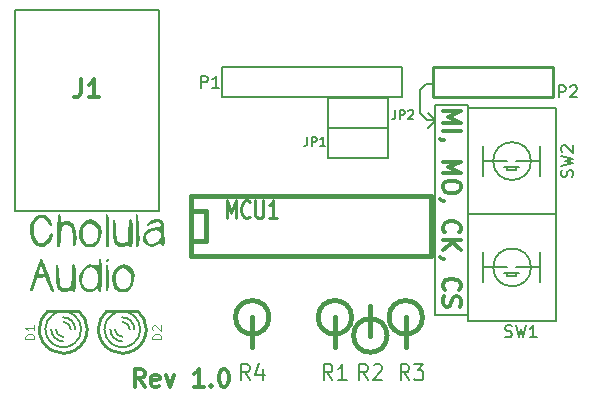
<source format=gto>
G04 (created by PCBNEW (2013-07-07 BZR 4022)-stable) date 07/09/2014 13:52:51*
%MOIN*%
G04 Gerber Fmt 3.4, Leading zero omitted, Abs format*
%FSLAX34Y34*%
G01*
G70*
G90*
G04 APERTURE LIST*
%ADD10C,0.00590551*%
%ADD11C,0.00787402*%
%ADD12C,0.011811*%
%ADD13C,0.005*%
%ADD14C,0.015*%
%ADD15C,0.01*%
%ADD16C,0.006*%
%ADD17C,0.0001*%
%ADD18C,0.008*%
%ADD19C,0.012*%
%ADD20C,0.0035*%
%ADD21C,0.01125*%
G04 APERTURE END LIST*
G54D10*
G54D11*
X58070Y-23661D02*
X57834Y-23897D01*
X58070Y-23622D02*
X57834Y-23385D01*
X57795Y-23622D02*
X58070Y-23622D01*
X57559Y-23385D02*
X57795Y-23622D01*
X57559Y-22637D02*
X57559Y-23385D01*
X57755Y-22440D02*
X57559Y-22637D01*
X57992Y-22440D02*
X57755Y-22440D01*
X58070Y-30118D02*
X58070Y-23129D01*
X59153Y-30118D02*
X58070Y-30118D01*
X59153Y-23129D02*
X59153Y-30118D01*
X58070Y-23129D02*
X59153Y-23129D01*
G54D12*
X58323Y-23326D02*
X58914Y-23326D01*
X58492Y-23523D01*
X58914Y-23720D01*
X58323Y-23720D01*
X58323Y-24001D02*
X58914Y-24001D01*
X58352Y-24311D02*
X58323Y-24311D01*
X58267Y-24282D01*
X58239Y-24254D01*
X58323Y-25014D02*
X58914Y-25014D01*
X58492Y-25210D01*
X58914Y-25407D01*
X58323Y-25407D01*
X58914Y-25801D02*
X58914Y-25913D01*
X58886Y-25970D01*
X58830Y-26026D01*
X58717Y-26054D01*
X58520Y-26054D01*
X58408Y-26026D01*
X58352Y-25970D01*
X58323Y-25913D01*
X58323Y-25801D01*
X58352Y-25745D01*
X58408Y-25688D01*
X58520Y-25660D01*
X58717Y-25660D01*
X58830Y-25688D01*
X58886Y-25745D01*
X58914Y-25801D01*
X58352Y-26335D02*
X58323Y-26335D01*
X58267Y-26307D01*
X58239Y-26279D01*
X58380Y-27376D02*
X58352Y-27348D01*
X58323Y-27263D01*
X58323Y-27207D01*
X58352Y-27123D01*
X58408Y-27066D01*
X58464Y-27038D01*
X58577Y-27010D01*
X58661Y-27010D01*
X58773Y-27038D01*
X58830Y-27066D01*
X58886Y-27123D01*
X58914Y-27207D01*
X58914Y-27263D01*
X58886Y-27348D01*
X58858Y-27376D01*
X58323Y-27629D02*
X58914Y-27629D01*
X58323Y-27966D02*
X58661Y-27713D01*
X58914Y-27966D02*
X58577Y-27629D01*
X58352Y-28248D02*
X58323Y-28248D01*
X58267Y-28219D01*
X58239Y-28191D01*
X58380Y-29288D02*
X58352Y-29260D01*
X58323Y-29176D01*
X58323Y-29119D01*
X58352Y-29035D01*
X58408Y-28979D01*
X58464Y-28951D01*
X58577Y-28922D01*
X58661Y-28922D01*
X58773Y-28951D01*
X58830Y-28979D01*
X58886Y-29035D01*
X58914Y-29119D01*
X58914Y-29176D01*
X58886Y-29260D01*
X58858Y-29288D01*
X58352Y-29513D02*
X58323Y-29597D01*
X58323Y-29738D01*
X58352Y-29794D01*
X58380Y-29822D01*
X58436Y-29850D01*
X58492Y-29850D01*
X58548Y-29822D01*
X58577Y-29794D01*
X58605Y-29738D01*
X58633Y-29625D01*
X58661Y-29569D01*
X58689Y-29541D01*
X58745Y-29513D01*
X58802Y-29513D01*
X58858Y-29541D01*
X58886Y-29569D01*
X58914Y-29625D01*
X58914Y-29766D01*
X58886Y-29850D01*
X48383Y-32522D02*
X48186Y-32241D01*
X48045Y-32522D02*
X48045Y-31931D01*
X48270Y-31931D01*
X48326Y-31960D01*
X48354Y-31988D01*
X48383Y-32044D01*
X48383Y-32128D01*
X48354Y-32185D01*
X48326Y-32213D01*
X48270Y-32241D01*
X48045Y-32241D01*
X48861Y-32494D02*
X48804Y-32522D01*
X48692Y-32522D01*
X48636Y-32494D01*
X48607Y-32438D01*
X48607Y-32213D01*
X48636Y-32156D01*
X48692Y-32128D01*
X48804Y-32128D01*
X48861Y-32156D01*
X48889Y-32213D01*
X48889Y-32269D01*
X48607Y-32325D01*
X49086Y-32128D02*
X49226Y-32522D01*
X49367Y-32128D01*
X50351Y-32522D02*
X50014Y-32522D01*
X50182Y-32522D02*
X50182Y-31931D01*
X50126Y-32016D01*
X50070Y-32072D01*
X50014Y-32100D01*
X50604Y-32466D02*
X50632Y-32494D01*
X50604Y-32522D01*
X50576Y-32494D01*
X50604Y-32466D01*
X50604Y-32522D01*
X50998Y-31931D02*
X51054Y-31931D01*
X51110Y-31960D01*
X51138Y-31988D01*
X51167Y-32044D01*
X51195Y-32156D01*
X51195Y-32297D01*
X51167Y-32410D01*
X51138Y-32466D01*
X51110Y-32494D01*
X51054Y-32522D01*
X50998Y-32522D01*
X50942Y-32494D01*
X50913Y-32466D01*
X50885Y-32410D01*
X50857Y-32297D01*
X50857Y-32156D01*
X50885Y-32044D01*
X50913Y-31988D01*
X50942Y-31960D01*
X50998Y-31931D01*
G54D10*
X56476Y-22862D02*
X56976Y-22862D01*
X56476Y-22862D02*
X50976Y-22862D01*
X50976Y-22862D02*
X50976Y-21862D01*
X50976Y-21862D02*
X56976Y-21862D01*
X56976Y-21862D02*
X56976Y-22862D01*
G54D13*
X48856Y-19965D02*
X44056Y-19965D01*
X44056Y-19965D02*
X44056Y-26665D01*
X44056Y-26665D02*
X48856Y-26665D01*
X48856Y-26665D02*
X48856Y-19965D01*
G54D10*
X60467Y-28740D02*
X60467Y-28840D01*
X60467Y-28840D02*
X60767Y-28840D01*
X60767Y-28840D02*
X60767Y-28740D01*
X60367Y-28740D02*
X60867Y-28740D01*
X61567Y-29040D02*
X61567Y-28040D01*
X60767Y-28540D02*
X61567Y-28540D01*
X59667Y-28540D02*
X60467Y-28540D01*
X59667Y-29040D02*
X59667Y-28040D01*
X61260Y-28543D02*
G75*
G03X61260Y-28543I-630J0D01*
G74*
G01*
X59153Y-30314D02*
X62106Y-30314D01*
X62106Y-30314D02*
X62106Y-26771D01*
X62106Y-26771D02*
X59153Y-26771D01*
X59153Y-26771D02*
X59153Y-30314D01*
X60467Y-25196D02*
X60467Y-25296D01*
X60467Y-25296D02*
X60767Y-25296D01*
X60767Y-25296D02*
X60767Y-25196D01*
X60367Y-25196D02*
X60867Y-25196D01*
X61567Y-25496D02*
X61567Y-24496D01*
X60767Y-24996D02*
X61567Y-24996D01*
X59667Y-24996D02*
X60467Y-24996D01*
X59667Y-25496D02*
X59667Y-24496D01*
X61260Y-25000D02*
G75*
G03X61260Y-25000I-630J0D01*
G74*
G01*
X59153Y-26771D02*
X62106Y-26771D01*
X62106Y-26771D02*
X62106Y-23228D01*
X62106Y-23228D02*
X59153Y-23228D01*
X59153Y-23228D02*
X59153Y-26771D01*
G54D14*
X54724Y-30208D02*
X54724Y-31208D01*
X55283Y-30208D02*
G75*
G03X55283Y-30208I-559J0D01*
G74*
G01*
X55905Y-30814D02*
X55905Y-29814D01*
X56464Y-30814D02*
G75*
G03X56464Y-30814I-559J0D01*
G74*
G01*
X57086Y-30208D02*
X57086Y-31208D01*
X57645Y-30208D02*
G75*
G03X57645Y-30208I-559J0D01*
G74*
G01*
X51968Y-30208D02*
X51968Y-31208D01*
X52527Y-30208D02*
G75*
G03X52527Y-30208I-559J0D01*
G74*
G01*
G54D15*
X58000Y-21862D02*
X62000Y-21862D01*
X58000Y-22862D02*
X62000Y-22862D01*
X62000Y-22862D02*
X62000Y-21862D01*
X58000Y-21862D02*
X58000Y-22862D01*
G54D16*
X54500Y-23900D02*
X54500Y-22900D01*
X54500Y-22900D02*
X56500Y-22900D01*
X56500Y-22900D02*
X56500Y-23900D01*
X56500Y-23900D02*
X54500Y-23900D01*
X56500Y-23900D02*
X56500Y-24900D01*
X56500Y-24900D02*
X54500Y-24900D01*
X54500Y-24900D02*
X54500Y-23900D01*
X54500Y-23900D02*
X56500Y-23900D01*
G54D15*
X46169Y-29988D02*
X45169Y-29988D01*
G54D16*
X45285Y-31069D02*
G75*
G03X45669Y-31208I384J460D01*
G74*
G01*
X45669Y-31207D02*
G75*
G03X46067Y-31056I0J599D01*
G74*
G01*
X45669Y-30009D02*
G75*
G03X45279Y-30153I0J-599D01*
G74*
G01*
X46053Y-30147D02*
G75*
G03X45669Y-30008I-384J-460D01*
G74*
G01*
X45320Y-30120D02*
G75*
G03X45069Y-30608I349J-487D01*
G74*
G01*
X45069Y-30608D02*
G75*
G03X45309Y-31088I600J0D01*
G74*
G01*
X46268Y-30608D02*
G75*
G03X46037Y-30135I-599J0D01*
G74*
G01*
X46037Y-31082D02*
G75*
G03X46269Y-30608I-368J473D01*
G74*
G01*
X45419Y-30608D02*
G75*
G03X45669Y-30858I250J0D01*
G74*
G01*
X45269Y-30608D02*
G75*
G03X45669Y-31008I400J0D01*
G74*
G01*
X45919Y-30608D02*
G75*
G03X45669Y-30358I-250J0D01*
G74*
G01*
X46069Y-30608D02*
G75*
G03X45669Y-30208I-400J0D01*
G74*
G01*
G54D15*
X45156Y-29994D02*
G75*
G03X44869Y-30608I513J-613D01*
G74*
G01*
X44870Y-30608D02*
G75*
G03X45292Y-31313I799J0D01*
G74*
G01*
X46468Y-30607D02*
G75*
G03X46184Y-29998I-798J-1D01*
G74*
G01*
X46066Y-31302D02*
G75*
G03X46469Y-30608I-397J694D01*
G74*
G01*
X45290Y-31313D02*
G75*
G03X45669Y-31408I379J704D01*
G74*
G01*
X45669Y-31408D02*
G75*
G03X46088Y-31289I0J799D01*
G74*
G01*
X48137Y-29988D02*
X47137Y-29988D01*
G54D16*
X47253Y-31069D02*
G75*
G03X47637Y-31208I384J460D01*
G74*
G01*
X47637Y-31207D02*
G75*
G03X48035Y-31056I0J599D01*
G74*
G01*
X47637Y-30009D02*
G75*
G03X47247Y-30153I0J-599D01*
G74*
G01*
X48021Y-30147D02*
G75*
G03X47637Y-30008I-384J-460D01*
G74*
G01*
X47288Y-30120D02*
G75*
G03X47037Y-30608I349J-487D01*
G74*
G01*
X47037Y-30608D02*
G75*
G03X47277Y-31088I600J0D01*
G74*
G01*
X48237Y-30608D02*
G75*
G03X48005Y-30135I-599J0D01*
G74*
G01*
X48006Y-31082D02*
G75*
G03X48237Y-30608I-368J473D01*
G74*
G01*
X47387Y-30608D02*
G75*
G03X47637Y-30858I250J0D01*
G74*
G01*
X47237Y-30608D02*
G75*
G03X47637Y-31008I400J0D01*
G74*
G01*
X47887Y-30608D02*
G75*
G03X47637Y-30358I-250J0D01*
G74*
G01*
X48037Y-30608D02*
G75*
G03X47637Y-30208I-400J0D01*
G74*
G01*
G54D15*
X47124Y-29994D02*
G75*
G03X46837Y-30608I513J-613D01*
G74*
G01*
X46838Y-30608D02*
G75*
G03X47261Y-31313I799J0D01*
G74*
G01*
X48436Y-30607D02*
G75*
G03X48153Y-29998I-798J-1D01*
G74*
G01*
X48035Y-31302D02*
G75*
G03X48437Y-30608I-397J694D01*
G74*
G01*
X47258Y-31313D02*
G75*
G03X47637Y-31408I379J704D01*
G74*
G01*
X47637Y-31408D02*
G75*
G03X48056Y-31289I0J799D01*
G74*
G01*
G54D14*
X49937Y-26165D02*
X57937Y-26165D01*
X57937Y-28165D02*
X49937Y-28165D01*
X49937Y-28165D02*
X49937Y-26165D01*
X49937Y-26665D02*
X50437Y-26665D01*
X50437Y-26665D02*
X50437Y-27665D01*
X50437Y-27665D02*
X49937Y-27665D01*
X57937Y-26165D02*
X57937Y-28165D01*
G54D17*
G36*
X45378Y-29356D02*
X45340Y-29357D01*
X45313Y-29352D01*
X45274Y-29316D01*
X45223Y-29231D01*
X45170Y-29112D01*
X45168Y-29107D01*
X45076Y-28873D01*
X45015Y-28877D01*
X45015Y-28718D01*
X44999Y-28645D01*
X44970Y-28580D01*
X44926Y-28501D01*
X44888Y-28612D01*
X44866Y-28693D01*
X44877Y-28737D01*
X44891Y-28749D01*
X44964Y-28775D01*
X45008Y-28752D01*
X45015Y-28718D01*
X45015Y-28877D01*
X44938Y-28883D01*
X44800Y-28893D01*
X44735Y-29118D01*
X44695Y-29244D01*
X44659Y-29315D01*
X44622Y-29342D01*
X44610Y-29343D01*
X44560Y-29334D01*
X44550Y-29324D01*
X44560Y-29278D01*
X44588Y-29184D01*
X44630Y-29055D01*
X44680Y-28904D01*
X44735Y-28744D01*
X44789Y-28589D01*
X44839Y-28450D01*
X44880Y-28340D01*
X44908Y-28274D01*
X44916Y-28260D01*
X44954Y-28269D01*
X44978Y-28301D01*
X45004Y-28358D01*
X45046Y-28460D01*
X45098Y-28592D01*
X45157Y-28743D01*
X45217Y-28900D01*
X45273Y-29052D01*
X45322Y-29185D01*
X45358Y-29287D01*
X45377Y-29346D01*
X45378Y-29356D01*
X45378Y-29356D01*
X45378Y-29356D01*
G37*
G36*
X46083Y-28910D02*
X46082Y-29098D01*
X46078Y-29229D01*
X46071Y-29313D01*
X46059Y-29358D01*
X46041Y-29375D01*
X46033Y-29377D01*
X45989Y-29357D01*
X45983Y-29340D01*
X45955Y-29318D01*
X45892Y-29325D01*
X45769Y-29353D01*
X45690Y-29363D01*
X45632Y-29357D01*
X45594Y-29344D01*
X45535Y-29308D01*
X45492Y-29249D01*
X45462Y-29156D01*
X45441Y-29020D01*
X45427Y-28828D01*
X45426Y-28807D01*
X45418Y-28646D01*
X45417Y-28540D01*
X45423Y-28478D01*
X45437Y-28450D01*
X45458Y-28443D01*
X45483Y-28455D01*
X45501Y-28497D01*
X45516Y-28581D01*
X45528Y-28716D01*
X45534Y-28795D01*
X45550Y-28979D01*
X45573Y-29107D01*
X45605Y-29187D01*
X45651Y-29229D01*
X45716Y-29243D01*
X45728Y-29243D01*
X45812Y-29224D01*
X45876Y-29191D01*
X45909Y-29163D01*
X45931Y-29125D01*
X45943Y-29063D01*
X45948Y-28964D01*
X45950Y-28814D01*
X45950Y-28791D01*
X45951Y-28636D01*
X45955Y-28535D01*
X45964Y-28477D01*
X45981Y-28450D01*
X46009Y-28443D01*
X46017Y-28443D01*
X46043Y-28447D01*
X46061Y-28464D01*
X46073Y-28505D01*
X46080Y-28581D01*
X46082Y-28700D01*
X46083Y-28875D01*
X46083Y-28910D01*
X46083Y-28910D01*
X46083Y-28910D01*
G37*
G36*
X46950Y-28812D02*
X46949Y-29020D01*
X46947Y-29170D01*
X46942Y-29271D01*
X46934Y-29332D01*
X46922Y-29363D01*
X46904Y-29371D01*
X46893Y-29370D01*
X46842Y-29333D01*
X46836Y-29321D01*
X46836Y-28826D01*
X46797Y-28676D01*
X46769Y-28625D01*
X46691Y-28562D01*
X46587Y-28541D01*
X46480Y-28565D01*
X46418Y-28608D01*
X46355Y-28706D01*
X46311Y-28840D01*
X46292Y-28981D01*
X46298Y-29064D01*
X46347Y-29173D01*
X46433Y-29246D01*
X46540Y-29277D01*
X46648Y-29257D01*
X46686Y-29234D01*
X46778Y-29125D01*
X46829Y-28982D01*
X46836Y-28826D01*
X46836Y-29321D01*
X46813Y-29276D01*
X46795Y-29229D01*
X46786Y-29234D01*
X46755Y-29278D01*
X46685Y-29325D01*
X46599Y-29361D01*
X46526Y-29374D01*
X46447Y-29360D01*
X46392Y-29342D01*
X46333Y-29295D01*
X46270Y-29211D01*
X46245Y-29165D01*
X46191Y-28987D01*
X46202Y-28815D01*
X46279Y-28653D01*
X46354Y-28565D01*
X46432Y-28490D01*
X46493Y-28454D01*
X46565Y-28445D01*
X46667Y-28453D01*
X46850Y-28472D01*
X46850Y-28357D01*
X46861Y-28272D01*
X46897Y-28243D01*
X46900Y-28243D01*
X46918Y-28252D01*
X46932Y-28283D01*
X46941Y-28347D01*
X46946Y-28451D01*
X46949Y-28604D01*
X46950Y-28812D01*
X46950Y-28812D01*
X46950Y-28812D01*
G37*
G36*
X48045Y-28797D02*
X48040Y-28970D01*
X47989Y-29141D01*
X47935Y-29226D01*
X47935Y-28894D01*
X47931Y-28796D01*
X47930Y-28792D01*
X47875Y-28693D01*
X47779Y-28615D01*
X47668Y-28577D01*
X47651Y-28577D01*
X47546Y-28607D01*
X47470Y-28693D01*
X47427Y-28830D01*
X47426Y-28839D01*
X47424Y-29003D01*
X47460Y-29135D01*
X47529Y-29225D01*
X47625Y-29266D01*
X47695Y-29263D01*
X47783Y-29234D01*
X47844Y-29197D01*
X47886Y-29124D01*
X47918Y-29013D01*
X47935Y-28894D01*
X47935Y-29226D01*
X47896Y-29289D01*
X47884Y-29302D01*
X47789Y-29359D01*
X47664Y-29379D01*
X47535Y-29359D01*
X47440Y-29310D01*
X47376Y-29227D01*
X47327Y-29103D01*
X47299Y-28965D01*
X47300Y-28838D01*
X47304Y-28816D01*
X47369Y-28649D01*
X47467Y-28527D01*
X47591Y-28457D01*
X47683Y-28443D01*
X47803Y-28471D01*
X47918Y-28544D01*
X47999Y-28642D01*
X48045Y-28797D01*
X48045Y-28797D01*
X48045Y-28797D01*
G37*
G36*
X47183Y-28893D02*
X47182Y-29078D01*
X47178Y-29205D01*
X47170Y-29285D01*
X47158Y-29328D01*
X47139Y-29343D01*
X47133Y-29343D01*
X47113Y-29334D01*
X47099Y-29299D01*
X47090Y-29229D01*
X47085Y-29114D01*
X47083Y-28944D01*
X47083Y-28893D01*
X47084Y-28709D01*
X47088Y-28581D01*
X47096Y-28501D01*
X47109Y-28458D01*
X47128Y-28444D01*
X47133Y-28443D01*
X47154Y-28453D01*
X47168Y-28488D01*
X47177Y-28558D01*
X47181Y-28673D01*
X47183Y-28842D01*
X47183Y-28893D01*
X47183Y-28893D01*
X47183Y-28893D01*
G37*
G36*
X47178Y-28295D02*
X47146Y-28353D01*
X47122Y-28369D01*
X47089Y-28359D01*
X47088Y-28325D01*
X47120Y-28266D01*
X47145Y-28250D01*
X47178Y-28260D01*
X47178Y-28295D01*
X47178Y-28295D01*
X47178Y-28295D01*
G37*
G36*
X45325Y-27472D02*
X45318Y-27505D01*
X45250Y-27662D01*
X45155Y-27780D01*
X45041Y-27854D01*
X44920Y-27877D01*
X44802Y-27845D01*
X44762Y-27817D01*
X44661Y-27700D01*
X44596Y-27548D01*
X44565Y-27378D01*
X44568Y-27205D01*
X44607Y-27045D01*
X44680Y-26914D01*
X44762Y-26841D01*
X44908Y-26783D01*
X45047Y-26788D01*
X45167Y-26851D01*
X45258Y-26969D01*
X45270Y-26996D01*
X45304Y-27081D01*
X45312Y-27123D01*
X45294Y-27144D01*
X45267Y-27155D01*
X45219Y-27144D01*
X45173Y-27071D01*
X45168Y-27059D01*
X45097Y-26948D01*
X45003Y-26892D01*
X44897Y-26894D01*
X44856Y-26912D01*
X44756Y-27000D01*
X44700Y-27129D01*
X44684Y-27286D01*
X44701Y-27456D01*
X44751Y-27596D01*
X44828Y-27692D01*
X44866Y-27716D01*
X44936Y-27736D01*
X45000Y-27717D01*
X45042Y-27688D01*
X45122Y-27608D01*
X45181Y-27516D01*
X45230Y-27440D01*
X45280Y-27407D01*
X45316Y-27417D01*
X45325Y-27472D01*
X45325Y-27472D01*
X45325Y-27472D01*
G37*
G36*
X46111Y-27562D02*
X46104Y-27703D01*
X46080Y-27799D01*
X46041Y-27842D01*
X46032Y-27843D01*
X46006Y-27829D01*
X45991Y-27777D01*
X45984Y-27677D01*
X45983Y-27598D01*
X45978Y-27460D01*
X45965Y-27334D01*
X45947Y-27248D01*
X45889Y-27155D01*
X45807Y-27117D01*
X45718Y-27137D01*
X45674Y-27171D01*
X45639Y-27218D01*
X45615Y-27284D01*
X45600Y-27385D01*
X45590Y-27533D01*
X45581Y-27689D01*
X45569Y-27789D01*
X45551Y-27842D01*
X45524Y-27859D01*
X45492Y-27853D01*
X45470Y-27814D01*
X45457Y-27723D01*
X45450Y-27594D01*
X45449Y-27440D01*
X45454Y-27275D01*
X45463Y-27112D01*
X45478Y-26964D01*
X45496Y-26844D01*
X45517Y-26766D01*
X45538Y-26743D01*
X45569Y-26770D01*
X45582Y-26853D01*
X45583Y-26895D01*
X45587Y-26988D01*
X45602Y-27029D01*
X45635Y-27032D01*
X45642Y-27030D01*
X45765Y-26997D01*
X45845Y-26987D01*
X45904Y-27004D01*
X45961Y-27049D01*
X45979Y-27067D01*
X46036Y-27136D01*
X46071Y-27215D01*
X46093Y-27328D01*
X46100Y-27387D01*
X46111Y-27562D01*
X46111Y-27562D01*
X46111Y-27562D01*
G37*
G36*
X46948Y-27364D02*
X46931Y-27526D01*
X46871Y-27683D01*
X46835Y-27732D01*
X46835Y-27394D01*
X46831Y-27296D01*
X46830Y-27292D01*
X46775Y-27185D01*
X46686Y-27114D01*
X46579Y-27083D01*
X46473Y-27099D01*
X46386Y-27164D01*
X46338Y-27265D01*
X46320Y-27393D01*
X46330Y-27526D01*
X46364Y-27646D01*
X46422Y-27732D01*
X46457Y-27755D01*
X46537Y-27765D01*
X46638Y-27748D01*
X46724Y-27713D01*
X46744Y-27697D01*
X46786Y-27624D01*
X46818Y-27513D01*
X46835Y-27394D01*
X46835Y-27732D01*
X46784Y-27802D01*
X46689Y-27859D01*
X46565Y-27879D01*
X46436Y-27859D01*
X46342Y-27811D01*
X46255Y-27703D01*
X46207Y-27560D01*
X46199Y-27399D01*
X46230Y-27241D01*
X46300Y-27102D01*
X46339Y-27056D01*
X46461Y-26967D01*
X46589Y-26944D01*
X46732Y-26984D01*
X46751Y-26994D01*
X46858Y-27084D01*
X46924Y-27212D01*
X46948Y-27364D01*
X46948Y-27364D01*
X46948Y-27364D01*
G37*
G36*
X47201Y-27488D02*
X47199Y-27651D01*
X47194Y-27760D01*
X47184Y-27825D01*
X47168Y-27857D01*
X47142Y-27870D01*
X47120Y-27869D01*
X47105Y-27852D01*
X47094Y-27810D01*
X47088Y-27733D01*
X47085Y-27613D01*
X47083Y-27440D01*
X47083Y-27309D01*
X47084Y-27093D01*
X47088Y-26936D01*
X47094Y-26831D01*
X47105Y-26772D01*
X47119Y-26751D01*
X47125Y-26751D01*
X47155Y-26796D01*
X47178Y-26906D01*
X47193Y-27081D01*
X47200Y-27323D01*
X47201Y-27488D01*
X47201Y-27488D01*
X47201Y-27488D01*
G37*
G36*
X47983Y-27410D02*
X47982Y-27600D01*
X47978Y-27732D01*
X47970Y-27816D01*
X47957Y-27861D01*
X47939Y-27876D01*
X47936Y-27877D01*
X47885Y-27853D01*
X47876Y-27838D01*
X47850Y-27816D01*
X47787Y-27826D01*
X47751Y-27838D01*
X47653Y-27867D01*
X47582Y-27870D01*
X47505Y-27848D01*
X47494Y-27843D01*
X47435Y-27807D01*
X47392Y-27749D01*
X47362Y-27657D01*
X47341Y-27520D01*
X47327Y-27328D01*
X47326Y-27307D01*
X47318Y-27146D01*
X47317Y-27040D01*
X47323Y-26978D01*
X47337Y-26950D01*
X47358Y-26943D01*
X47384Y-26955D01*
X47403Y-26999D01*
X47417Y-27086D01*
X47430Y-27226D01*
X47433Y-27268D01*
X47444Y-27414D01*
X47456Y-27540D01*
X47467Y-27626D01*
X47471Y-27651D01*
X47518Y-27708D01*
X47602Y-27734D01*
X47700Y-27725D01*
X47748Y-27705D01*
X47786Y-27681D01*
X47811Y-27649D01*
X47826Y-27598D01*
X47835Y-27512D01*
X47840Y-27379D01*
X47843Y-27300D01*
X47848Y-27142D01*
X47855Y-27039D01*
X47866Y-26979D01*
X47884Y-26951D01*
X47910Y-26943D01*
X47918Y-26943D01*
X47944Y-26947D01*
X47962Y-26965D01*
X47973Y-27007D01*
X47980Y-27084D01*
X47982Y-27206D01*
X47983Y-27383D01*
X47983Y-27410D01*
X47983Y-27410D01*
X47983Y-27410D01*
G37*
G36*
X48211Y-27589D02*
X48207Y-27720D01*
X48194Y-27806D01*
X48170Y-27854D01*
X48142Y-27870D01*
X48120Y-27870D01*
X48105Y-27853D01*
X48094Y-27810D01*
X48088Y-27733D01*
X48085Y-27612D01*
X48083Y-27439D01*
X48083Y-27309D01*
X48084Y-27093D01*
X48088Y-26936D01*
X48094Y-26831D01*
X48105Y-26772D01*
X48119Y-26751D01*
X48125Y-26751D01*
X48147Y-26790D01*
X48167Y-26891D01*
X48184Y-27055D01*
X48192Y-27163D01*
X48206Y-27405D01*
X48211Y-27589D01*
X48211Y-27589D01*
X48211Y-27589D01*
G37*
G36*
X49049Y-27725D02*
X49044Y-27795D01*
X49031Y-27831D01*
X49011Y-27843D01*
X49004Y-27843D01*
X48957Y-27817D01*
X48950Y-27790D01*
X48931Y-27753D01*
X48931Y-27430D01*
X48900Y-27356D01*
X48828Y-27314D01*
X48787Y-27310D01*
X48633Y-27329D01*
X48516Y-27381D01*
X48444Y-27456D01*
X48423Y-27548D01*
X48458Y-27647D01*
X48498Y-27695D01*
X48574Y-27757D01*
X48644Y-27771D01*
X48729Y-27737D01*
X48784Y-27702D01*
X48873Y-27617D01*
X48922Y-27522D01*
X48931Y-27430D01*
X48931Y-27753D01*
X48930Y-27752D01*
X48908Y-27753D01*
X48851Y-27777D01*
X48765Y-27812D01*
X48750Y-27819D01*
X48617Y-27850D01*
X48526Y-27838D01*
X48407Y-27776D01*
X48337Y-27676D01*
X48321Y-27550D01*
X48353Y-27432D01*
X48424Y-27345D01*
X48538Y-27272D01*
X48673Y-27223D01*
X48779Y-27210D01*
X48867Y-27205D01*
X48906Y-27185D01*
X48916Y-27138D01*
X48917Y-27129D01*
X48892Y-27053D01*
X48852Y-27027D01*
X48778Y-27027D01*
X48680Y-27054D01*
X48588Y-27095D01*
X48535Y-27140D01*
X48485Y-27173D01*
X48463Y-27177D01*
X48434Y-27158D01*
X48447Y-27114D01*
X48492Y-27058D01*
X48560Y-27007D01*
X48576Y-26998D01*
X48736Y-26939D01*
X48868Y-26934D01*
X48954Y-26973D01*
X48986Y-27004D01*
X49008Y-27045D01*
X49023Y-27108D01*
X49033Y-27206D01*
X49040Y-27352D01*
X49044Y-27439D01*
X49049Y-27610D01*
X49049Y-27725D01*
X49049Y-27725D01*
X49049Y-27725D01*
G37*
G54D18*
X50255Y-22563D02*
X50255Y-22163D01*
X50408Y-22163D01*
X50446Y-22182D01*
X50465Y-22201D01*
X50484Y-22239D01*
X50484Y-22296D01*
X50465Y-22334D01*
X50446Y-22353D01*
X50408Y-22373D01*
X50255Y-22373D01*
X50865Y-22563D02*
X50636Y-22563D01*
X50751Y-22563D02*
X50751Y-22163D01*
X50713Y-22220D01*
X50674Y-22258D01*
X50636Y-22277D01*
G54D19*
X46256Y-22280D02*
X46256Y-22709D01*
X46228Y-22794D01*
X46170Y-22852D01*
X46085Y-22880D01*
X46028Y-22880D01*
X46856Y-22880D02*
X46513Y-22880D01*
X46685Y-22880D02*
X46685Y-22280D01*
X46628Y-22366D01*
X46570Y-22423D01*
X46513Y-22452D01*
G54D10*
X60400Y-30849D02*
X60456Y-30868D01*
X60550Y-30868D01*
X60587Y-30849D01*
X60606Y-30830D01*
X60625Y-30793D01*
X60625Y-30755D01*
X60606Y-30718D01*
X60587Y-30699D01*
X60550Y-30680D01*
X60475Y-30661D01*
X60437Y-30643D01*
X60419Y-30624D01*
X60400Y-30586D01*
X60400Y-30549D01*
X60419Y-30511D01*
X60437Y-30493D01*
X60475Y-30474D01*
X60568Y-30474D01*
X60625Y-30493D01*
X60756Y-30474D02*
X60850Y-30868D01*
X60925Y-30586D01*
X61000Y-30868D01*
X61093Y-30474D01*
X61450Y-30868D02*
X61225Y-30868D01*
X61337Y-30868D02*
X61337Y-30474D01*
X61300Y-30530D01*
X61262Y-30568D01*
X61225Y-30586D01*
X62640Y-25524D02*
X62659Y-25468D01*
X62659Y-25374D01*
X62640Y-25337D01*
X62621Y-25318D01*
X62584Y-25299D01*
X62546Y-25299D01*
X62509Y-25318D01*
X62490Y-25337D01*
X62471Y-25374D01*
X62453Y-25449D01*
X62434Y-25487D01*
X62415Y-25506D01*
X62378Y-25524D01*
X62340Y-25524D01*
X62303Y-25506D01*
X62284Y-25487D01*
X62265Y-25449D01*
X62265Y-25356D01*
X62284Y-25299D01*
X62265Y-25168D02*
X62659Y-25074D01*
X62378Y-24999D01*
X62659Y-24925D01*
X62265Y-24831D01*
X62303Y-24700D02*
X62284Y-24681D01*
X62265Y-24643D01*
X62265Y-24550D01*
X62284Y-24512D01*
X62303Y-24493D01*
X62340Y-24475D01*
X62378Y-24475D01*
X62434Y-24493D01*
X62659Y-24718D01*
X62659Y-24475D01*
G54D18*
X54641Y-32309D02*
X54474Y-32047D01*
X54355Y-32309D02*
X54355Y-31759D01*
X54545Y-31759D01*
X54593Y-31785D01*
X54617Y-31811D01*
X54641Y-31863D01*
X54641Y-31942D01*
X54617Y-31994D01*
X54593Y-32021D01*
X54545Y-32047D01*
X54355Y-32047D01*
X55117Y-32309D02*
X54831Y-32309D01*
X54974Y-32309D02*
X54974Y-31759D01*
X54926Y-31837D01*
X54879Y-31890D01*
X54831Y-31916D01*
X55822Y-32309D02*
X55655Y-32047D01*
X55536Y-32309D02*
X55536Y-31759D01*
X55726Y-31759D01*
X55774Y-31785D01*
X55798Y-31811D01*
X55822Y-31863D01*
X55822Y-31942D01*
X55798Y-31994D01*
X55774Y-32021D01*
X55726Y-32047D01*
X55536Y-32047D01*
X56012Y-31811D02*
X56036Y-31785D01*
X56084Y-31759D01*
X56203Y-31759D01*
X56250Y-31785D01*
X56274Y-31811D01*
X56298Y-31863D01*
X56298Y-31916D01*
X56274Y-31994D01*
X55988Y-32309D01*
X56298Y-32309D01*
X57200Y-32309D02*
X57033Y-32047D01*
X56914Y-32309D02*
X56914Y-31759D01*
X57104Y-31759D01*
X57152Y-31785D01*
X57176Y-31811D01*
X57200Y-31863D01*
X57200Y-31942D01*
X57176Y-31994D01*
X57152Y-32021D01*
X57104Y-32047D01*
X56914Y-32047D01*
X57366Y-31759D02*
X57676Y-31759D01*
X57509Y-31968D01*
X57581Y-31968D01*
X57628Y-31994D01*
X57652Y-32021D01*
X57676Y-32073D01*
X57676Y-32204D01*
X57652Y-32256D01*
X57628Y-32283D01*
X57581Y-32309D01*
X57438Y-32309D01*
X57390Y-32283D01*
X57366Y-32256D01*
X51885Y-32309D02*
X51718Y-32047D01*
X51599Y-32309D02*
X51599Y-31759D01*
X51789Y-31759D01*
X51837Y-31785D01*
X51861Y-31811D01*
X51885Y-31863D01*
X51885Y-31942D01*
X51861Y-31994D01*
X51837Y-32021D01*
X51789Y-32047D01*
X51599Y-32047D01*
X52313Y-31942D02*
X52313Y-32309D01*
X52194Y-31733D02*
X52075Y-32125D01*
X52385Y-32125D01*
X62185Y-22878D02*
X62185Y-22478D01*
X62337Y-22478D01*
X62375Y-22497D01*
X62394Y-22516D01*
X62413Y-22554D01*
X62413Y-22611D01*
X62394Y-22649D01*
X62375Y-22668D01*
X62337Y-22687D01*
X62185Y-22687D01*
X62566Y-22516D02*
X62585Y-22497D01*
X62623Y-22478D01*
X62718Y-22478D01*
X62756Y-22497D01*
X62775Y-22516D01*
X62794Y-22554D01*
X62794Y-22592D01*
X62775Y-22649D01*
X62546Y-22878D01*
X62794Y-22878D01*
G54D16*
X56738Y-23296D02*
X56738Y-23510D01*
X56723Y-23553D01*
X56695Y-23581D01*
X56652Y-23596D01*
X56623Y-23596D01*
X56881Y-23596D02*
X56881Y-23296D01*
X56995Y-23296D01*
X57023Y-23310D01*
X57038Y-23324D01*
X57052Y-23353D01*
X57052Y-23396D01*
X57038Y-23424D01*
X57023Y-23439D01*
X56995Y-23453D01*
X56881Y-23453D01*
X57166Y-23324D02*
X57181Y-23310D01*
X57209Y-23296D01*
X57281Y-23296D01*
X57309Y-23310D01*
X57323Y-23324D01*
X57338Y-23353D01*
X57338Y-23381D01*
X57323Y-23424D01*
X57152Y-23596D01*
X57338Y-23596D01*
X53805Y-24191D02*
X53805Y-24405D01*
X53790Y-24448D01*
X53762Y-24477D01*
X53719Y-24491D01*
X53690Y-24491D01*
X53947Y-24491D02*
X53947Y-24191D01*
X54062Y-24191D01*
X54090Y-24205D01*
X54105Y-24220D01*
X54119Y-24248D01*
X54119Y-24291D01*
X54105Y-24320D01*
X54090Y-24334D01*
X54062Y-24348D01*
X53947Y-24348D01*
X54405Y-24491D02*
X54233Y-24491D01*
X54319Y-24491D02*
X54319Y-24191D01*
X54290Y-24234D01*
X54262Y-24262D01*
X54233Y-24277D01*
G54D20*
X44708Y-30930D02*
X44408Y-30930D01*
X44408Y-30858D01*
X44422Y-30815D01*
X44450Y-30787D01*
X44479Y-30772D01*
X44536Y-30758D01*
X44579Y-30758D01*
X44636Y-30772D01*
X44665Y-30787D01*
X44693Y-30815D01*
X44708Y-30858D01*
X44708Y-30930D01*
X44708Y-30472D02*
X44708Y-30644D01*
X44708Y-30558D02*
X44408Y-30558D01*
X44450Y-30587D01*
X44479Y-30615D01*
X44493Y-30644D01*
X48940Y-30930D02*
X48640Y-30930D01*
X48640Y-30858D01*
X48654Y-30815D01*
X48683Y-30787D01*
X48711Y-30772D01*
X48768Y-30758D01*
X48811Y-30758D01*
X48868Y-30772D01*
X48897Y-30787D01*
X48926Y-30815D01*
X48940Y-30858D01*
X48940Y-30930D01*
X48668Y-30644D02*
X48654Y-30630D01*
X48640Y-30601D01*
X48640Y-30530D01*
X48654Y-30501D01*
X48668Y-30487D01*
X48697Y-30472D01*
X48726Y-30472D01*
X48768Y-30487D01*
X48940Y-30658D01*
X48940Y-30472D01*
G54D21*
X51112Y-26908D02*
X51112Y-26308D01*
X51262Y-26736D01*
X51412Y-26308D01*
X51412Y-26908D01*
X51883Y-26851D02*
X51862Y-26879D01*
X51797Y-26908D01*
X51754Y-26908D01*
X51690Y-26879D01*
X51647Y-26822D01*
X51626Y-26765D01*
X51604Y-26651D01*
X51604Y-26565D01*
X51626Y-26451D01*
X51647Y-26393D01*
X51690Y-26336D01*
X51754Y-26308D01*
X51797Y-26308D01*
X51862Y-26336D01*
X51883Y-26365D01*
X52076Y-26308D02*
X52076Y-26793D01*
X52097Y-26851D01*
X52119Y-26879D01*
X52162Y-26908D01*
X52247Y-26908D01*
X52290Y-26879D01*
X52312Y-26851D01*
X52333Y-26793D01*
X52333Y-26308D01*
X52783Y-26908D02*
X52526Y-26908D01*
X52654Y-26908D02*
X52654Y-26308D01*
X52612Y-26393D01*
X52569Y-26451D01*
X52526Y-26479D01*
G54D19*
M02*

</source>
